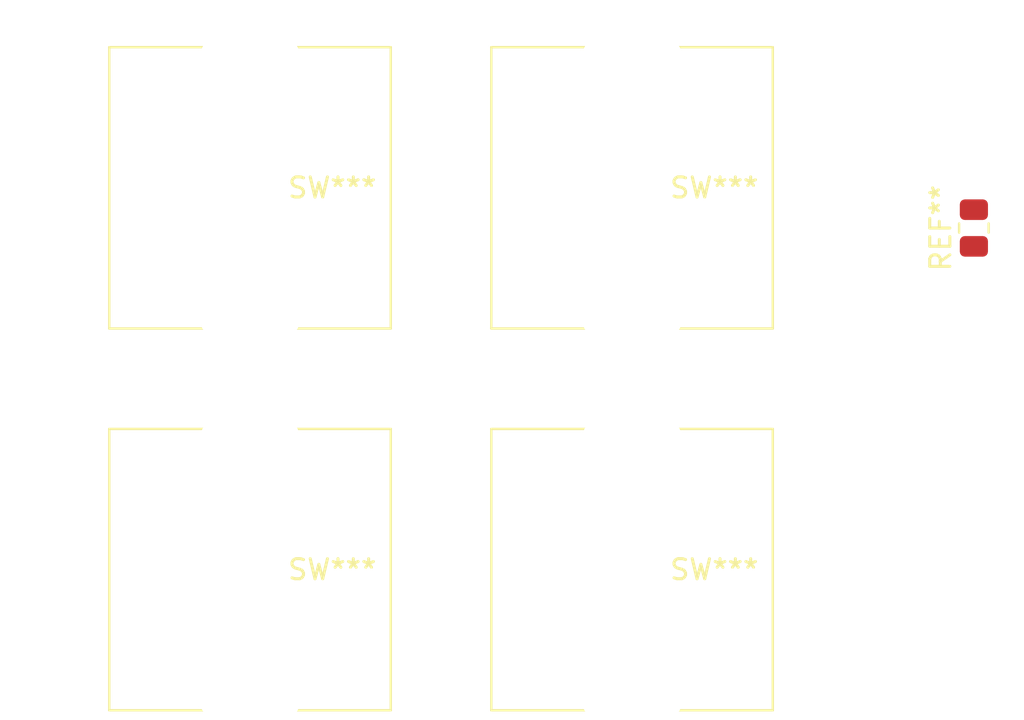
<source format=kicad_pcb>
(kicad_pcb (version 20171130) (host pcbnew "(5.1.9)-1")

  (general
    (thickness 1.6)
    (drawings 0)
    (tracks 0)
    (zones 0)
    (modules 5)
    (nets 1)
  )

  (page A3)
  (layers
    (0 F.Cu signal)
    (31 B.Cu signal)
    (32 B.Adhes user)
    (33 F.Adhes user)
    (34 B.Paste user)
    (35 F.Paste user)
    (36 B.SilkS user)
    (37 F.SilkS user)
    (38 B.Mask user)
    (39 F.Mask user)
    (40 Dwgs.User user)
    (41 Cmts.User user)
    (42 Eco1.User user)
    (43 Eco2.User user)
    (44 Edge.Cuts user)
    (45 Margin user)
    (46 B.CrtYd user)
    (47 F.CrtYd user)
    (48 B.Fab user)
    (49 F.Fab user)
  )

  (setup
    (last_trace_width 0.25)
    (trace_clearance 0.2)
    (zone_clearance 0.508)
    (zone_45_only no)
    (trace_min 0.2)
    (via_size 0.8)
    (via_drill 0.4)
    (via_min_size 0.4)
    (via_min_drill 0.3)
    (uvia_size 0.3)
    (uvia_drill 0.1)
    (uvias_allowed no)
    (uvia_min_size 0.2)
    (uvia_min_drill 0.1)
    (edge_width 0.05)
    (segment_width 0.2)
    (pcb_text_width 0.3)
    (pcb_text_size 1.5 1.5)
    (mod_edge_width 0.12)
    (mod_text_size 1 1)
    (mod_text_width 0.15)
    (pad_size 1.524 1.524)
    (pad_drill 0.762)
    (pad_to_mask_clearance 0)
    (aux_axis_origin 0 0)
    (visible_elements 7FFFFFFF)
    (pcbplotparams
      (layerselection 0x010fc_ffffffff)
      (usegerberextensions false)
      (usegerberattributes true)
      (usegerberadvancedattributes true)
      (creategerberjobfile true)
      (excludeedgelayer true)
      (linewidth 0.100000)
      (plotframeref false)
      (viasonmask false)
      (mode 1)
      (useauxorigin false)
      (hpglpennumber 1)
      (hpglpenspeed 20)
      (hpglpendiameter 15.000000)
      (psnegative false)
      (psa4output false)
      (plotreference true)
      (plotvalue true)
      (plotinvisibletext false)
      (padsonsilk false)
      (subtractmaskfromsilk false)
      (outputformat 1)
      (mirror false)
      (drillshape 1)
      (scaleselection 1)
      (outputdirectory ""))
  )

  (net 0 "")

  (net_class Default "This is the default net class."
    (clearance 0.2)
    (trace_width 0.25)
    (via_dia 0.8)
    (via_drill 0.4)
    (uvia_dia 0.3)
    (uvia_drill 0.1)
  )

  (module Resistor_SMD:R_0805_2012Metric (layer F.Cu) (tedit 5F68FEEE) (tstamp 6097E479)
    (at 66 32 90)
    (descr "Resistor SMD 0805 (2012 Metric), square (rectangular) end terminal, IPC_7351 nominal, (Body size source: IPC-SM-782 page 72, https://www.pcb-3d.com/wordpress/wp-content/uploads/ipc-sm-782a_amendment_1_and_2.pdf), generated with kicad-footprint-generator")
    (tags resistor)
    (attr smd)
    (fp_text reference REF** (at 0 -1.65 90) (layer F.SilkS)
      (effects (font (size 1 1) (thickness 0.15)))
    )
    (fp_text value R_0805_2012Metric (at 0 1.65 90) (layer F.Fab)
      (effects (font (size 1 1) (thickness 0.15)))
    )
    (fp_text user %R (at 0 0 90) (layer F.Fab)
      (effects (font (size 0.5 0.5) (thickness 0.08)))
    )
    (fp_line (start -1 0.625) (end -1 -0.625) (layer F.Fab) (width 0.1))
    (fp_line (start -1 -0.625) (end 1 -0.625) (layer F.Fab) (width 0.1))
    (fp_line (start 1 -0.625) (end 1 0.625) (layer F.Fab) (width 0.1))
    (fp_line (start 1 0.625) (end -1 0.625) (layer F.Fab) (width 0.1))
    (fp_line (start -0.227064 -0.735) (end 0.227064 -0.735) (layer F.SilkS) (width 0.12))
    (fp_line (start -0.227064 0.735) (end 0.227064 0.735) (layer F.SilkS) (width 0.12))
    (fp_line (start -1.68 0.95) (end -1.68 -0.95) (layer F.CrtYd) (width 0.05))
    (fp_line (start -1.68 -0.95) (end 1.68 -0.95) (layer F.CrtYd) (width 0.05))
    (fp_line (start 1.68 -0.95) (end 1.68 0.95) (layer F.CrtYd) (width 0.05))
    (fp_line (start 1.68 0.95) (end -1.68 0.95) (layer F.CrtYd) (width 0.05))
    (pad 2 smd roundrect (at 0.9125 0 90) (size 1.025 1.4) (layers F.Cu F.Paste F.Mask) (roundrect_rratio 0.243902))
    (pad 1 smd roundrect (at -0.9125 0 90) (size 1.025 1.4) (layers F.Cu F.Paste F.Mask) (roundrect_rratio 0.243902))
    (model ${KISYS3DMOD}/Resistor_SMD.3dshapes/R_0805_2012Metric.wrl
      (at (xyz 0 0 0))
      (scale (xyz 1 1 1))
      (rotate (xyz 0 0 0))
    )
  )

  (module nrfmicro:KeychronLowProfileOpticalSwitch (layer F.Cu) (tedit 6095AECD) (tstamp 6097E32D)
    (at 49 49)
    (fp_text reference SW*** (at 1.8 0) (layer F.SilkS)
      (effects (font (size 1 1) (thickness 0.15)) (justify left))
    )
    (fp_text value KeychronLowProfileOpticalSwitch (at 0 -8.5) (layer F.Fab)
      (effects (font (size 1 1) (thickness 0.15)))
    )
    (fp_line (start -7 -7) (end 7 -7) (layer F.SilkS) (width 0.12))
    (fp_line (start 7 -7) (end 7 7) (layer F.SilkS) (width 0.12))
    (fp_line (start 7 7) (end -7 7) (layer F.SilkS) (width 0.12))
    (fp_line (start -7 7) (end -7 -7) (layer F.SilkS) (width 0.12))
    (fp_line (start 1.5 -4) (end -1.5 -4) (layer Dwgs.User) (width 0.12))
    (fp_line (start -1.5 -4) (end -1.5 -5.5) (layer Dwgs.User) (width 0.12))
    (fp_line (start -1.5 -5.5) (end 1.5 -5.5) (layer Dwgs.User) (width 0.12))
    (fp_line (start 1.5 -5.5) (end 1.5 -4) (layer Dwgs.User) (width 0.12))
    (fp_line (start -4.5 2) (end -4.5 5.5) (layer Dwgs.User) (width 0.12))
    (fp_line (start -2 2) (end -2 5.5) (layer Dwgs.User) (width 0.12))
    (fp_line (start 0.8 2) (end 0.8 5.5) (layer Dwgs.User) (width 0.12))
    (fp_line (start 3.3 2) (end 3.3 5.5) (layer Dwgs.User) (width 0.12))
    (fp_circle (center -0.6 4) (end -0.6 2.6) (layer Dwgs.User) (width 0.12))
    (fp_line (start -4.5 2) (end -2 2) (layer Dwgs.User) (width 0.12))
    (fp_line (start -4.5 5.5) (end -2 5.5) (layer Dwgs.User) (width 0.12))
    (fp_line (start 0.8 2) (end 3.3 2) (layer Dwgs.User) (width 0.12))
    (fp_line (start 3.3 5.5) (end 0.8 5.5) (layer Dwgs.User) (width 0.12))
    (pad "" np_thru_hole circle (at 0 0) (size 3.5 3.5) (drill 3.5) (layers *.Cu *.Mask))
    (pad "" np_thru_hole oval (at 0 6.5) (size 5 2) (drill oval 5 2) (layers *.Cu *.Mask))
    (pad "" np_thru_hole oval (at 0 -6.5) (size 5 2) (drill oval 5 2) (layers *.Cu *.Mask))
  )

  (module nrfmicro:KeychronLowProfileOpticalSwitch (layer F.Cu) (tedit 6095AECD) (tstamp 6097E2A2)
    (at 30 49)
    (fp_text reference SW*** (at 1.8 0) (layer F.SilkS)
      (effects (font (size 1 1) (thickness 0.15)) (justify left))
    )
    (fp_text value KeychronLowProfileOpticalSwitch (at 0 -8.5) (layer F.Fab)
      (effects (font (size 1 1) (thickness 0.15)))
    )
    (fp_line (start -7 -7) (end 7 -7) (layer F.SilkS) (width 0.12))
    (fp_line (start 7 -7) (end 7 7) (layer F.SilkS) (width 0.12))
    (fp_line (start 7 7) (end -7 7) (layer F.SilkS) (width 0.12))
    (fp_line (start -7 7) (end -7 -7) (layer F.SilkS) (width 0.12))
    (fp_line (start 1.5 -4) (end -1.5 -4) (layer Dwgs.User) (width 0.12))
    (fp_line (start -1.5 -4) (end -1.5 -5.5) (layer Dwgs.User) (width 0.12))
    (fp_line (start -1.5 -5.5) (end 1.5 -5.5) (layer Dwgs.User) (width 0.12))
    (fp_line (start 1.5 -5.5) (end 1.5 -4) (layer Dwgs.User) (width 0.12))
    (fp_line (start -4.5 2) (end -4.5 5.5) (layer Dwgs.User) (width 0.12))
    (fp_line (start -2 2) (end -2 5.5) (layer Dwgs.User) (width 0.12))
    (fp_line (start 0.8 2) (end 0.8 5.5) (layer Dwgs.User) (width 0.12))
    (fp_line (start 3.3 2) (end 3.3 5.5) (layer Dwgs.User) (width 0.12))
    (fp_circle (center -0.6 4) (end -0.6 2.6) (layer Dwgs.User) (width 0.12))
    (fp_line (start -4.5 2) (end -2 2) (layer Dwgs.User) (width 0.12))
    (fp_line (start -4.5 5.5) (end -2 5.5) (layer Dwgs.User) (width 0.12))
    (fp_line (start 0.8 2) (end 3.3 2) (layer Dwgs.User) (width 0.12))
    (fp_line (start 3.3 5.5) (end 0.8 5.5) (layer Dwgs.User) (width 0.12))
    (pad "" np_thru_hole circle (at 0 0) (size 3.5 3.5) (drill 3.5) (layers *.Cu *.Mask))
    (pad "" np_thru_hole oval (at 0 6.5) (size 5 2) (drill oval 5 2) (layers *.Cu *.Mask))
    (pad "" np_thru_hole oval (at 0 -6.5) (size 5 2) (drill oval 5 2) (layers *.Cu *.Mask))
  )

  (module nrfmicro:KeychronLowProfileOpticalSwitch (layer F.Cu) (tedit 6095AECD) (tstamp 6097E217)
    (at 49 30)
    (fp_text reference SW*** (at 1.8 0) (layer F.SilkS)
      (effects (font (size 1 1) (thickness 0.15)) (justify left))
    )
    (fp_text value KeychronLowProfileOpticalSwitch (at 0 -8.5) (layer F.Fab)
      (effects (font (size 1 1) (thickness 0.15)))
    )
    (fp_line (start -7 -7) (end 7 -7) (layer F.SilkS) (width 0.12))
    (fp_line (start 7 -7) (end 7 7) (layer F.SilkS) (width 0.12))
    (fp_line (start 7 7) (end -7 7) (layer F.SilkS) (width 0.12))
    (fp_line (start -7 7) (end -7 -7) (layer F.SilkS) (width 0.12))
    (fp_line (start 1.5 -4) (end -1.5 -4) (layer Dwgs.User) (width 0.12))
    (fp_line (start -1.5 -4) (end -1.5 -5.5) (layer Dwgs.User) (width 0.12))
    (fp_line (start -1.5 -5.5) (end 1.5 -5.5) (layer Dwgs.User) (width 0.12))
    (fp_line (start 1.5 -5.5) (end 1.5 -4) (layer Dwgs.User) (width 0.12))
    (fp_line (start -4.5 2) (end -4.5 5.5) (layer Dwgs.User) (width 0.12))
    (fp_line (start -2 2) (end -2 5.5) (layer Dwgs.User) (width 0.12))
    (fp_line (start 0.8 2) (end 0.8 5.5) (layer Dwgs.User) (width 0.12))
    (fp_line (start 3.3 2) (end 3.3 5.5) (layer Dwgs.User) (width 0.12))
    (fp_circle (center -0.6 4) (end -0.6 2.6) (layer Dwgs.User) (width 0.12))
    (fp_line (start -4.5 2) (end -2 2) (layer Dwgs.User) (width 0.12))
    (fp_line (start -4.5 5.5) (end -2 5.5) (layer Dwgs.User) (width 0.12))
    (fp_line (start 0.8 2) (end 3.3 2) (layer Dwgs.User) (width 0.12))
    (fp_line (start 3.3 5.5) (end 0.8 5.5) (layer Dwgs.User) (width 0.12))
    (pad "" np_thru_hole circle (at 0 0) (size 3.5 3.5) (drill 3.5) (layers *.Cu *.Mask))
    (pad "" np_thru_hole oval (at 0 6.5) (size 5 2) (drill oval 5 2) (layers *.Cu *.Mask))
    (pad "" np_thru_hole oval (at 0 -6.5) (size 5 2) (drill oval 5 2) (layers *.Cu *.Mask))
  )

  (module nrfmicro:KeychronLowProfileOpticalSwitch (layer F.Cu) (tedit 6095AECD) (tstamp 6097E18C)
    (at 30 30)
    (fp_text reference SW*** (at 1.8 0) (layer F.SilkS)
      (effects (font (size 1 1) (thickness 0.15)) (justify left))
    )
    (fp_text value KeychronLowProfileOpticalSwitch (at 0 -8.5) (layer F.Fab)
      (effects (font (size 1 1) (thickness 0.15)))
    )
    (fp_line (start -7 -7) (end 7 -7) (layer F.SilkS) (width 0.12))
    (fp_line (start 7 -7) (end 7 7) (layer F.SilkS) (width 0.12))
    (fp_line (start 7 7) (end -7 7) (layer F.SilkS) (width 0.12))
    (fp_line (start -7 7) (end -7 -7) (layer F.SilkS) (width 0.12))
    (fp_line (start 1.5 -4) (end -1.5 -4) (layer Dwgs.User) (width 0.12))
    (fp_line (start -1.5 -4) (end -1.5 -5.5) (layer Dwgs.User) (width 0.12))
    (fp_line (start -1.5 -5.5) (end 1.5 -5.5) (layer Dwgs.User) (width 0.12))
    (fp_line (start 1.5 -5.5) (end 1.5 -4) (layer Dwgs.User) (width 0.12))
    (fp_line (start -4.5 2) (end -4.5 5.5) (layer Dwgs.User) (width 0.12))
    (fp_line (start -2 2) (end -2 5.5) (layer Dwgs.User) (width 0.12))
    (fp_line (start 0.8 2) (end 0.8 5.5) (layer Dwgs.User) (width 0.12))
    (fp_line (start 3.3 2) (end 3.3 5.5) (layer Dwgs.User) (width 0.12))
    (fp_circle (center -0.6 4) (end -0.6 2.6) (layer Dwgs.User) (width 0.12))
    (fp_line (start -4.5 2) (end -2 2) (layer Dwgs.User) (width 0.12))
    (fp_line (start -4.5 5.5) (end -2 5.5) (layer Dwgs.User) (width 0.12))
    (fp_line (start 0.8 2) (end 3.3 2) (layer Dwgs.User) (width 0.12))
    (fp_line (start 3.3 5.5) (end 0.8 5.5) (layer Dwgs.User) (width 0.12))
    (pad "" np_thru_hole circle (at 0 0) (size 3.5 3.5) (drill 3.5) (layers *.Cu *.Mask))
    (pad "" np_thru_hole oval (at 0 6.5) (size 5 2) (drill oval 5 2) (layers *.Cu *.Mask))
    (pad "" np_thru_hole oval (at 0 -6.5) (size 5 2) (drill oval 5 2) (layers *.Cu *.Mask))
  )

)

</source>
